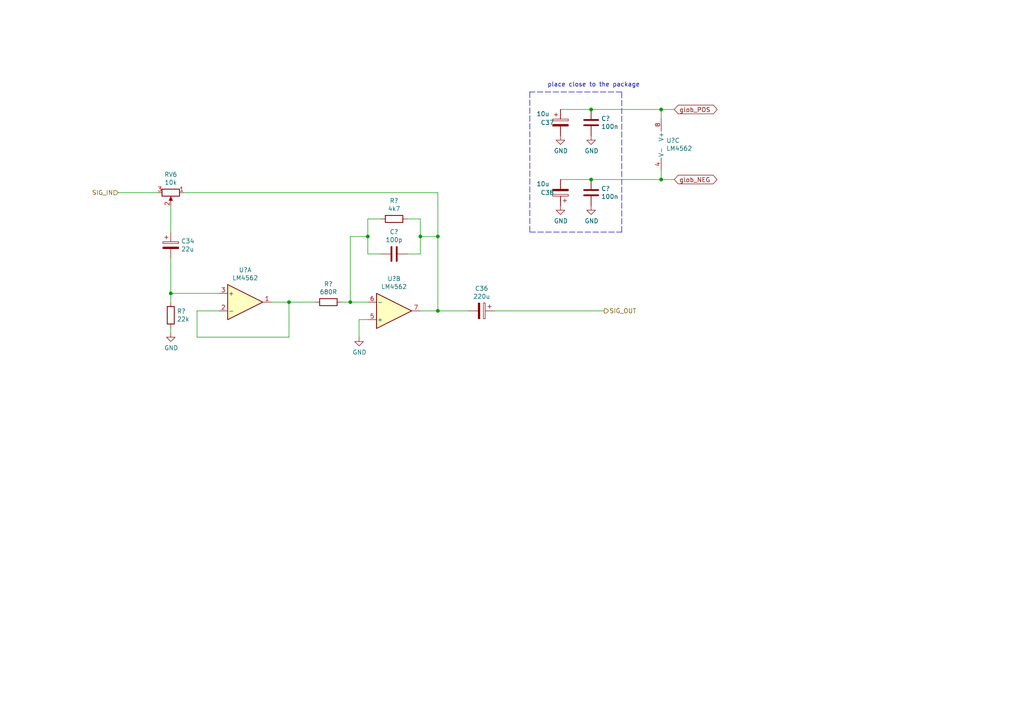
<source format=kicad_sch>
(kicad_sch (version 20211123) (generator eeschema)
  (paper "A4")
  (lib_symbols
    (symbol "Amplifier_Operational:LM4562" (pin_names (offset 0.127))
      (property "Reference" "U" (at 0 5.08 0))
      (property "Value" "LM4562" (at 0 -5.08 0))
      (symbol "LM4562_1_1"
        (polyline (pts (xy -5.08 5.08) (xy 5.08 0) (xy -5.08 -5.08) (xy -5.08 5.08)) (stroke (width 0.254)) (fill (type background)))
        (pin output line (at 7.62 0 180) (length 2.54) (name "~") (number "1"))
        (pin input line (at -7.62 -2.54 0) (length 2.54) (name "-") (number "2"))
        (pin input line (at -7.62 2.54 0) (length 2.54) (name "+") (number "3"))
      )
      (symbol "LM4562_2_1"
        (polyline (pts (xy -5.08 5.08) (xy 5.08 0) (xy -5.08 -5.08) (xy -5.08 5.08)) (stroke (width 0.254)) (fill (type background)))
        (pin input line (at -7.62 2.54 0) (length 2.54) (name "+") (number "5"))
        (pin input line (at -7.62 -2.54 0) (length 2.54) (name "-") (number "6"))
        (pin output line (at 7.62 0 180) (length 2.54) (name "~") (number "7"))
      )
      (symbol "LM4562_3_1"
        (pin power_in line (at -2.54 -7.62 90) (length 3.81) (name "V-") (number "4"))
        (pin power_in line (at -2.54 7.62 270) (length 3.81) (name "V+") (number "8"))
      )
    )
    (symbol "Device:C" (pin_numbers hide) (pin_names (offset 0.254))
      (property "Reference" "C" (at 0.635 2.54 0))
      (property "Value" "C" (at 0.635 -2.54 0))
      (symbol "C_0_1"
        (polyline (pts (xy -2.032 -0.762) (xy 2.032 -0.762)) (stroke (width 0.508)))
        (polyline (pts (xy -2.032 0.762) (xy 2.032 0.762)) (stroke (width 0.508)))
      )
      (symbol "C_1_1"
        (pin passive line (at 0 3.81 270) (length 2.794) (name "~") (number "1"))
        (pin passive line (at 0 -3.81 90) (length 2.794) (name "~") (number "2"))
      )
    )
    (symbol "Device:R" (pin_numbers hide) (pin_names (offset 0))
      (property "Reference" "R" (at 2.032 0 90))
      (property "Value" "R" (at 0 0 90))
      (symbol "R_0_1"
        (rectangle (start -1.016 -2.54) (end 1.016 2.54) (stroke (width 0.254)))
      )
      (symbol "R_1_1"
        (pin passive line (at 0 3.81 270) (length 1.27) (name "~") (number "1"))
        (pin passive line (at 0 -3.81 90) (length 1.27) (name "~") (number "2"))
      )
    )
    (symbol "power:GND" (power) (pin_names (offset 0))
      (property "Value" "GND" (at 0 -3.81 0))
      (symbol "GND_0_1"
        (polyline (pts (xy 0 0) (xy 0 -1.27) (xy 1.27 -1.27) (xy 0 -2.54) (xy -1.27 -1.27) (xy 0 -1.27)))
      )
      (symbol "GND_1_1"
        (pin power_in line (at 0 0 270) (length 0) hide (name "GND") (number "1"))
      )
    )
    (symbol "pre-amp-v2-rescue:CP-Device" (pin_numbers hide) (pin_names (offset 0.254))
      (property "Reference" "C" (at 0.635 2.54 0))
      (property "Value" "CP-Device" (at 0.635 -2.54 0))
      (symbol "CP-Device_0_1"
        (rectangle (start -2.286 0.508) (end 2.286 1.016))
        (polyline (pts (xy -1.778 2.286) (xy -0.762 2.286)))
        (polyline (pts (xy -1.27 2.794) (xy -1.27 1.778)))
        (rectangle (start 2.286 -0.508) (end -2.286 -1.016) (fill (type outline)))
      )
      (symbol "CP-Device_1_1"
        (pin passive line (at 0 3.81 270) (length 2.794) (name "~") (number "1"))
        (pin passive line (at 0 -3.81 90) (length 2.794) (name "~") (number "2"))
      )
    )
    (symbol "pre-amp-v2-rescue:R_POT-Device" (pin_names (offset 1.016) hide)
      (property "Reference" "RV" (at -4.445 0 90))
      (property "Value" "R_POT-Device" (at -2.54 0 90))
      (symbol "R_POT-Device_0_1"
        (polyline (pts (xy 2.54 0) (xy 1.524 0)))
        (polyline (pts (xy 1.143 0) (xy 2.286 0.508) (xy 2.286 -0.508) (xy 1.143 0)) (fill (type outline)))
        (rectangle (start 1.016 2.54) (end -1.016 -2.54) (stroke (width 0.254)))
      )
      (symbol "R_POT-Device_1_1"
        (pin passive line (at 0 3.81 270) (length 1.27) (name "1") (number "1"))
        (pin passive line (at 3.81 0 180) (length 1.27) (name "2") (number "2"))
        (pin passive line (at 0 -3.81 90) (length 1.27) (name "3") (number "3"))
      )
    )
  )
  (junction (at 127 68.58))
  (junction (at 191.77 52.07))
  (junction (at 106.68 68.58))
  (junction (at 101.6 87.63))
  (junction (at 83.82 87.63))
  (junction (at 171.45 52.07))
  (junction (at 127 90.17))
  (junction (at 191.77 31.75))
  (junction (at 121.92 68.58))
  (junction (at 171.45 31.75))
  (junction (at 49.53 85.09))
  (wire (pts (xy 34.29 55.88) (xy 45.72 55.88)))
  (wire (pts (xy 110.49 63.5) (xy 106.68 63.5)))
  (wire (pts (xy 63.5 85.09) (xy 49.53 85.09)))
  (wire (pts (xy 191.77 31.75) (xy 195.58 31.75)))
  (wire (pts (xy 57.15 97.79) (xy 83.82 97.79)))
  (wire (pts (xy 162.56 31.75) (xy 171.45 31.75)))
  (wire (pts (xy 49.53 85.09) (xy 49.53 87.63)))
  (polyline (pts (xy 153.67 26.67) (xy 153.67 67.31)))
  (wire (pts (xy 49.53 74.93) (xy 49.53 85.09)))
  (wire (pts (xy 106.68 73.66) (xy 110.49 73.66)))
  (polyline (pts (xy 180.34 26.67) (xy 153.67 26.67)))
  (wire (pts (xy 106.68 63.5) (xy 106.68 68.58)))
  (wire (pts (xy 121.92 68.58) (xy 127 68.58)))
  (wire (pts (xy 191.77 31.75) (xy 171.45 31.75)))
  (wire (pts (xy 127 68.58) (xy 127 90.17)))
  (wire (pts (xy 143.51 90.17) (xy 175.26 90.17)))
  (wire (pts (xy 83.82 87.63) (xy 78.74 87.63)))
  (wire (pts (xy 191.77 49.53) (xy 191.77 52.07)))
  (wire (pts (xy 104.14 97.79) (xy 104.14 92.71)))
  (wire (pts (xy 106.68 68.58) (xy 106.68 73.66)))
  (wire (pts (xy 83.82 97.79) (xy 83.82 87.63)))
  (wire (pts (xy 53.34 55.88) (xy 127 55.88)))
  (wire (pts (xy 104.14 92.71) (xy 106.68 92.71)))
  (wire (pts (xy 191.77 52.07) (xy 171.45 52.07)))
  (wire (pts (xy 121.92 63.5) (xy 121.92 68.58)))
  (wire (pts (xy 191.77 52.07) (xy 195.58 52.07)))
  (wire (pts (xy 127 55.88) (xy 127 68.58)))
  (wire (pts (xy 127 90.17) (xy 135.89 90.17)))
  (polyline (pts (xy 153.67 67.31) (xy 180.34 67.31)))
  (wire (pts (xy 101.6 68.58) (xy 101.6 87.63)))
  (wire (pts (xy 121.92 73.66) (xy 118.11 73.66)))
  (wire (pts (xy 83.82 87.63) (xy 91.44 87.63)))
  (wire (pts (xy 106.68 68.58) (xy 101.6 68.58)))
  (wire (pts (xy 101.6 87.63) (xy 106.68 87.63)))
  (wire (pts (xy 118.11 63.5) (xy 121.92 63.5)))
  (wire (pts (xy 63.5 90.17) (xy 57.15 90.17)))
  (wire (pts (xy 191.77 34.29) (xy 191.77 31.75)))
  (wire (pts (xy 127 90.17) (xy 121.92 90.17)))
  (wire (pts (xy 49.53 59.69) (xy 49.53 67.31)))
  (polyline (pts (xy 180.34 67.31) (xy 180.34 26.67)))
  (wire (pts (xy 99.06 87.63) (xy 101.6 87.63)))
  (wire (pts (xy 49.53 95.25) (xy 49.53 96.52)))
  (wire (pts (xy 57.15 90.17) (xy 57.15 97.79)))
  (wire (pts (xy 121.92 68.58) (xy 121.92 73.66)))
  (wire (pts (xy 162.56 52.07) (xy 171.45 52.07)))
  (text "place close to the package" (at 158.75 25.4 0) (effects (font (size 1.27 1.27)) (justify left bottom)))
  (global_label "glob_POS" (shape bidirectional) (at 195.58 31.75 0) (property "Intersheet References" "${INTERSHEET_REFS}" (effects hide)))
  (global_label "glob_NEG" (shape bidirectional) (at 195.58 52.07 0) (property "Intersheet References" "${INTERSHEET_REFS}" (effects hide)))
  (hierarchical_label "SIG_OUT" (shape output) (at 175.26 90.17 0))
  (hierarchical_label "SIG_IN" (shape input) (at 34.29 55.88 180))
  (symbol (lib_id "Device:C") (at 171.45 35.56 0) (unit 1)
    (property "Reference" "C?" (at 174.371 34.3916 0) (effects (justify left)))
    (property "Value" "100n" (at 174.371 36.703 0) (effects (justify left)))
    (property "Footprint" "Capacitor_SMD:C_0805_2012Metric_Pad1.18x1.45mm_HandSolder" (effects hide))
  )
  (symbol (lib_id "Device:C") (at 171.45 55.88 0) (unit 1)
    (property "Reference" "C?" (at 174.371 54.7116 0) (effects (justify left)))
    (property "Value" "100n" (at 174.371 57.023 0) (effects (justify left)))
    (property "Footprint" "Capacitor_SMD:C_0805_2012Metric_Pad1.18x1.45mm_HandSolder" (effects hide))
  )
  (symbol (lib_id "power:GND") (at 171.45 59.69 0) (unit 1)
    (property "Value" "GND" (at 171.577 64.0842 0))
  )
  (symbol (lib_id "power:GND") (at 171.45 39.37 0) (unit 1)
    (property "Value" "GND" (at 171.577 43.7642 0))
  )
  (symbol (lib_id "Amplifier_Operational:LM4562") (at 71.12 87.63 0) (unit 1)
    (property "Reference" "U?" (at 71.12 78.3082 0))
    (property "Value" "LM4562" (at 71.12 80.6196 0))
    (property "Footprint" "Package_SO:SOIC-8_3.9x4.9mm_P1.27mm" (effects hide))
    (property "Datasheet" "http://www.ti.com/lit/ds/symlink/lm4562.pdf" (effects hide))
  )
  (symbol (lib_id "Amplifier_Operational:LM4562") (at 114.3 90.17 0) (mirror x) (unit 2)
    (property "Reference" "U?" (at 114.3 80.8482 0))
    (property "Value" "LM4562" (at 114.3 83.1596 0))
    (property "Footprint" "Package_SO:SOIC-8_3.9x4.9mm_P1.27mm" (effects hide))
    (property "Datasheet" "http://www.ti.com/lit/ds/symlink/lm4562.pdf" (effects hide))
  )
  (symbol (lib_id "Amplifier_Operational:LM4562") (at 194.31 41.91 0) (unit 3)
    (property "Reference" "U?" (at 193.2432 40.7416 0) (effects (justify left)))
    (property "Value" "LM4562" (at 193.2432 43.053 0) (effects (justify left)))
    (property "Footprint" "Package_SO:SOIC-8_3.9x4.9mm_P1.27mm" (effects hide))
    (property "Datasheet" "http://www.ti.com/lit/ds/symlink/lm4562.pdf" (effects hide))
  )
  (symbol (lib_id "pre-amp-v2-rescue:R_POT-Device") (at 49.53 55.88 270) (unit 1)
    (property "Reference" "RV6" (at 49.53 50.6222 90))
    (property "Value" "10k" (at 49.53 52.9336 90))
    (property "Footprint" "Potentiometer_THT:Potentiometer_Bourns_PTA6043_Single_Slide" (effects hide))
  )
  (symbol (lib_id "pre-amp-v2-rescue:CP-Device") (at 49.53 71.12 0) (unit 1)
    (property "Reference" "C34" (at 52.5272 69.9516 0) (effects (justify left)))
    (property "Value" "22u" (at 52.5272 72.263 0) (effects (justify left)))
    (property "Footprint" "Capacitor_THT:CP_Radial_D5.0mm_P2.00mm" (effects hide))
  )
  (symbol (lib_id "Device:R") (at 49.53 91.44 0) (unit 1)
    (property "Reference" "R?" (at 51.308 90.2716 0) (effects (justify left)))
    (property "Value" "22k" (at 51.308 92.583 0) (effects (justify left)))
    (property "Footprint" "Resistor_SMD:R_0805_2012Metric_Pad1.20x1.40mm_HandSolder" (effects hide))
  )
  (symbol (lib_id "power:GND") (at 49.53 96.52 0) (unit 1)
    (property "Value" "GND" (at 49.657 100.9142 0))
  )
  (symbol (lib_id "Device:R") (at 95.25 87.63 270) (unit 1)
    (property "Reference" "R?" (at 95.25 82.3722 90))
    (property "Value" "680R" (at 95.25 84.6836 90))
    (property "Footprint" "Resistor_SMD:R_0805_2012Metric_Pad1.20x1.40mm_HandSolder" (effects hide))
  )
  (symbol (lib_id "power:GND") (at 104.14 97.79 0) (unit 1)
    (property "Value" "GND" (at 104.267 102.1842 0))
  )
  (symbol (lib_id "Device:C") (at 114.3 73.66 270) (unit 1)
    (property "Reference" "C?" (at 114.3 67.2592 90))
    (property "Value" "100p" (at 114.3 69.5706 90))
    (property "Footprint" "Capacitor_SMD:C_0805_2012Metric_Pad1.18x1.45mm_HandSolder" (effects hide))
  )
  (symbol (lib_id "Device:R") (at 114.3 63.5 270) (unit 1)
    (property "Reference" "R?" (at 114.3 58.2422 90))
    (property "Value" "4k7" (at 114.3 60.5536 90))
    (property "Footprint" "Resistor_SMD:R_0805_2012Metric_Pad1.20x1.40mm_HandSolder" (effects hide))
  )
  (symbol (lib_id "pre-amp-v2-rescue:CP-Device") (at 139.7 90.17 270) (unit 1)
    (property "Reference" "C36" (at 139.7 83.693 90))
    (property "Value" "220u" (at 139.7 86.0044 90))
    (property "Footprint" "Capacitor_THT:CP_Radial_D6.3mm_P2.50mm" (effects hide))
  )
  (symbol (lib_id "pre-amp-v2-rescue:CP-Device") (at 162.56 35.56 0) (unit 1)
    (property "Reference" "C37" (at 158.75 35.56 0))
    (property "Value" "10u" (at 157.48 33.02 0))
    (property "Footprint" "Capacitor_SMD:CP_Elec_4x5.4" (effects hide))
  )
  (symbol (lib_id "pre-amp-v2-rescue:CP-Device") (at 162.56 55.88 180) (unit 1)
    (property "Reference" "C38" (at 158.75 55.88 0))
    (property "Value" "10u" (at 157.48 53.34 0))
    (property "Footprint" "Capacitor_SMD:CP_Elec_4x5.4" (effects hide))
  )
  (symbol (lib_id "power:GND") (at 162.56 59.69 0) (unit 1)
    (property "Value" "GND" (at 162.687 64.0842 0))
  )
  (symbol (lib_id "power:GND") (at 162.56 39.37 0) (unit 1)
    (property "Value" "GND" (at 162.687 43.7642 0))
  )
)
</source>
